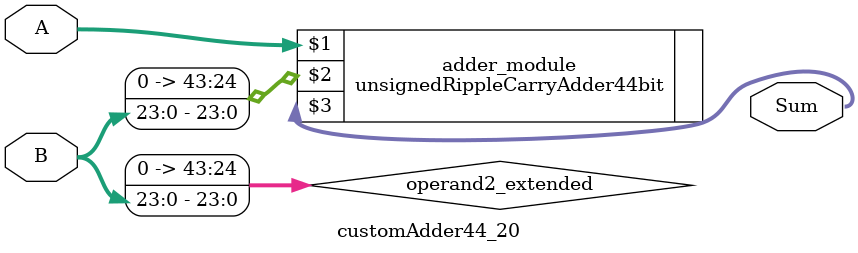
<source format=v>
module customAdder44_20(
                        input [43 : 0] A,
                        input [23 : 0] B,
                        
                        output [44 : 0] Sum
                );

        wire [43 : 0] operand2_extended;
        
        assign operand2_extended =  {20'b0, B};
        
        unsignedRippleCarryAdder44bit adder_module(
            A,
            operand2_extended,
            Sum
        );
        
        endmodule
        
</source>
